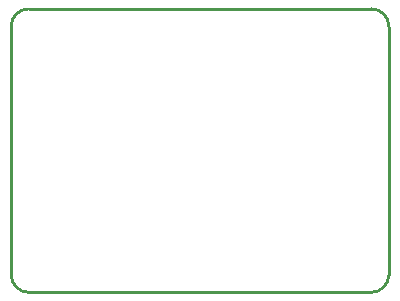
<source format=gbr>
G04 #@! TF.GenerationSoftware,KiCad,Pcbnew,(5.1.8)-1*
G04 #@! TF.CreationDate,2021-03-23T12:11:17-05:00*
G04 #@! TF.ProjectId,STLINK_Adapter,53544c49-4e4b-45f4-9164-61707465722e,rev?*
G04 #@! TF.SameCoordinates,Original*
G04 #@! TF.FileFunction,Profile,NP*
%FSLAX46Y46*%
G04 Gerber Fmt 4.6, Leading zero omitted, Abs format (unit mm)*
G04 Created by KiCad (PCBNEW (5.1.8)-1) date 2021-03-23 12:11:17*
%MOMM*%
%LPD*%
G01*
G04 APERTURE LIST*
G04 #@! TA.AperFunction,Profile*
%ADD10C,0.254000*%
G04 #@! TD*
G04 APERTURE END LIST*
D10*
X114500000Y-90000000D02*
G75*
G02*
X116000000Y-91500000I0J-1500000D01*
G01*
X116000000Y-112500000D02*
G75*
G02*
X114500000Y-114000000I-1500000J0D01*
G01*
X85500000Y-114000000D02*
G75*
G02*
X84000000Y-112500000I0J1500000D01*
G01*
X85500000Y-114000000D02*
X114500000Y-114000000D01*
X116000000Y-91500000D02*
X116000000Y-112500000D01*
X84000000Y-91500000D02*
X84000000Y-112500000D01*
X84000000Y-91500000D02*
G75*
G02*
X85500000Y-90000000I1500000J0D01*
G01*
X85500000Y-90000000D02*
X114500000Y-90000000D01*
M02*

</source>
